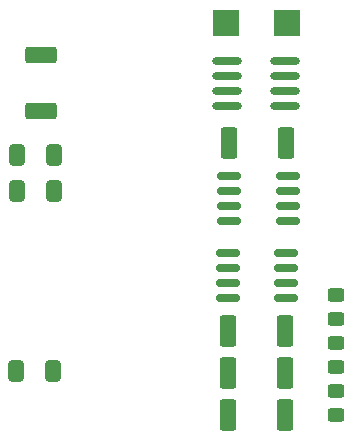
<source format=gbr>
%TF.GenerationSoftware,KiCad,Pcbnew,(6.0.7)*%
%TF.CreationDate,2022-11-04T10:53:51-04:00*%
%TF.ProjectId,proj_7,70726f6a-5f37-42e6-9b69-6361645f7063,rev?*%
%TF.SameCoordinates,Original*%
%TF.FileFunction,Paste,Top*%
%TF.FilePolarity,Positive*%
%FSLAX46Y46*%
G04 Gerber Fmt 4.6, Leading zero omitted, Abs format (unit mm)*
G04 Created by KiCad (PCBNEW (6.0.7)) date 2022-11-04 10:53:51*
%MOMM*%
%LPD*%
G01*
G04 APERTURE LIST*
G04 Aperture macros list*
%AMRoundRect*
0 Rectangle with rounded corners*
0 $1 Rounding radius*
0 $2 $3 $4 $5 $6 $7 $8 $9 X,Y pos of 4 corners*
0 Add a 4 corners polygon primitive as box body*
4,1,4,$2,$3,$4,$5,$6,$7,$8,$9,$2,$3,0*
0 Add four circle primitives for the rounded corners*
1,1,$1+$1,$2,$3*
1,1,$1+$1,$4,$5*
1,1,$1+$1,$6,$7*
1,1,$1+$1,$8,$9*
0 Add four rect primitives between the rounded corners*
20,1,$1+$1,$2,$3,$4,$5,0*
20,1,$1+$1,$4,$5,$6,$7,0*
20,1,$1+$1,$6,$7,$8,$9,0*
20,1,$1+$1,$8,$9,$2,$3,0*%
G04 Aperture macros list end*
%ADD10RoundRect,0.250000X0.450000X-0.325000X0.450000X0.325000X-0.450000X0.325000X-0.450000X-0.325000X0*%
%ADD11RoundRect,0.150000X-0.825000X-0.150000X0.825000X-0.150000X0.825000X0.150000X-0.825000X0.150000X0*%
%ADD12RoundRect,0.250000X-0.412500X-0.650000X0.412500X-0.650000X0.412500X0.650000X-0.412500X0.650000X0*%
%ADD13RoundRect,0.249999X-0.450001X-1.075001X0.450001X-1.075001X0.450001X1.075001X-0.450001X1.075001X0*%
%ADD14R,2.275000X2.200000*%
%ADD15RoundRect,0.350001X-0.899999X-0.000001X-0.899999X0.000001X0.899999X0.000001X0.899999X-0.000001X0*%
%ADD16RoundRect,0.249999X1.075001X-0.450001X1.075001X0.450001X-1.075001X0.450001X-1.075001X-0.450001X0*%
G04 APERTURE END LIST*
D10*
%TO.C,D2*%
X133948000Y-106573000D03*
X133948000Y-104523000D03*
%TD*%
D11*
%TO.C,U3*%
X124873000Y-90424000D03*
X124873000Y-91694000D03*
X124873000Y-92964000D03*
X124873000Y-94234000D03*
X129823000Y-94234000D03*
X129823000Y-92964000D03*
X129823000Y-91694000D03*
X129823000Y-90424000D03*
%TD*%
D10*
%TO.C,D1*%
X133948000Y-102509000D03*
X133948000Y-100459000D03*
%TD*%
D12*
%TO.C,C3*%
X106853000Y-106918000D03*
X109978000Y-106918000D03*
%TD*%
D13*
%TO.C,R4*%
X124779000Y-110617000D03*
X129579000Y-110617000D03*
%TD*%
D12*
%TO.C,C2*%
X106891500Y-91678000D03*
X110016500Y-91678000D03*
%TD*%
D14*
%TO.C,Y1*%
X124619000Y-77470000D03*
X129794000Y-77470000D03*
%TD*%
D13*
%TO.C,R2*%
X124779000Y-103505000D03*
X129579000Y-103505000D03*
%TD*%
D15*
%TO.C,U2*%
X124709000Y-80645000D03*
X124709000Y-81915000D03*
X124709000Y-83185000D03*
X124709000Y-84455000D03*
X129609000Y-84455000D03*
X129609000Y-83185000D03*
X129609000Y-81915000D03*
X129609000Y-80645000D03*
%TD*%
D13*
%TO.C,R1*%
X124873000Y-87630000D03*
X129673000Y-87630000D03*
%TD*%
D11*
%TO.C,U4*%
X124779000Y-96901000D03*
X124779000Y-98171000D03*
X124779000Y-99441000D03*
X124779000Y-100711000D03*
X129729000Y-100711000D03*
X129729000Y-99441000D03*
X129729000Y-98171000D03*
X129729000Y-96901000D03*
%TD*%
D10*
%TO.C,D3*%
X133948000Y-110628000D03*
X133948000Y-108578000D03*
%TD*%
D12*
%TO.C,C1*%
X106891500Y-88630000D03*
X110016500Y-88630000D03*
%TD*%
D13*
%TO.C,R3*%
X124779000Y-107061000D03*
X129579000Y-107061000D03*
%TD*%
D16*
%TO.C,R5*%
X108962000Y-84934000D03*
X108962000Y-80134000D03*
%TD*%
M02*

</source>
